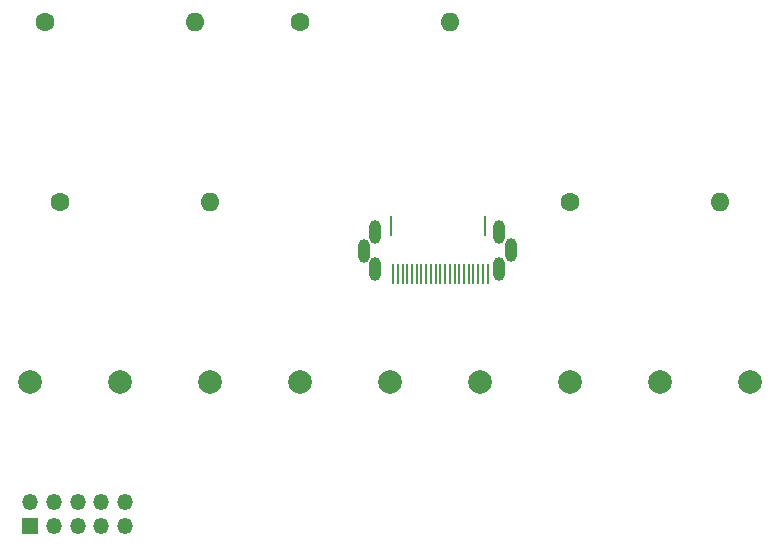
<source format=gbr>
%TF.GenerationSoftware,KiCad,Pcbnew,(7.0.0)*%
%TF.CreationDate,2023-08-04T16:20:27+02:00*%
%TF.ProjectId,PCH-1xxxJIG_THT_1.5,5043482d-3178-4787-984a-49475f544854,rev?*%
%TF.SameCoordinates,Original*%
%TF.FileFunction,Soldermask,Top*%
%TF.FilePolarity,Negative*%
%FSLAX46Y46*%
G04 Gerber Fmt 4.6, Leading zero omitted, Abs format (unit mm)*
G04 Created by KiCad (PCBNEW (7.0.0)) date 2023-08-04 16:20:27*
%MOMM*%
%LPD*%
G01*
G04 APERTURE LIST*
%ADD10R,0.200000X1.800000*%
%ADD11O,1.000000X2.000000*%
%ADD12C,2.000000*%
%ADD13C,1.600000*%
%ADD14O,1.600000X1.600000*%
%ADD15R,1.350000X1.350000*%
%ADD16O,1.350000X1.350000*%
G04 APERTURE END LIST*
D10*
%TO.C,UDC*%
X75539999Y-59379999D03*
X75139999Y-59379999D03*
X74739999Y-59379999D03*
X74339999Y-59379999D03*
X73939999Y-59379999D03*
X73539999Y-59379999D03*
X73139999Y-59379999D03*
X72739999Y-59379999D03*
X72339999Y-59379999D03*
X71939999Y-59379999D03*
X71539999Y-59379999D03*
X71139999Y-59379999D03*
X70739999Y-59379999D03*
X70339999Y-59379999D03*
X69939999Y-59379999D03*
X69539999Y-59379999D03*
X69139999Y-59379999D03*
X68739999Y-59379999D03*
X68339999Y-59379999D03*
X67939999Y-59379999D03*
X67539999Y-59379999D03*
X75339999Y-55379999D03*
X67339999Y-55379999D03*
D11*
X76539999Y-58979999D03*
X76539999Y-55879999D03*
X77539999Y-57379999D03*
X66039999Y-55879999D03*
X66039999Y-58979999D03*
X65039999Y-57479999D03*
%TD*%
D12*
%TO.C,Vita TX/7*%
X67310000Y-68580000D03*
%TD*%
D13*
%TO.C,1k Ohms*%
X59690000Y-38100000D03*
D14*
X72389999Y-38099999D03*
%TD*%
D12*
%TO.C,PC TX*%
X44450000Y-68580000D03*
%TD*%
%TO.C,UDC 12*%
X90170000Y-68580000D03*
%TD*%
%TO.C,UDC 11*%
X82550000Y-68580000D03*
%TD*%
%TO.C,Vita RX/6*%
X74930000Y-68580000D03*
%TD*%
%TO.C,PC RX*%
X36830000Y-68580000D03*
%TD*%
%TO.C,UDC 3/GND*%
X97790000Y-68580000D03*
%TD*%
%TO.C,3v3 VCC*%
X59690000Y-68580000D03*
%TD*%
D13*
%TO.C,220 Ohms*%
X82550000Y-53340000D03*
D14*
X95249999Y-53339999D03*
%TD*%
D12*
%TO.C,PC GND*%
X52070000Y-68580000D03*
%TD*%
D13*
%TO.C,1k Ohms*%
X39370000Y-53340000D03*
D14*
X52069999Y-53339999D03*
%TD*%
D13*
%TO.C,1k Ohms*%
X38100000Y-38100000D03*
D14*
X50799999Y-38099999D03*
%TD*%
D15*
%TO.C,Pin Header*%
X36829999Y-80739999D03*
D16*
X36829999Y-78739999D03*
X38829999Y-80739999D03*
X38829999Y-78739999D03*
X40829999Y-80739999D03*
X40829999Y-78739999D03*
X42829999Y-80739999D03*
X42829999Y-78739999D03*
X44829999Y-80739999D03*
X44829999Y-78739999D03*
%TD*%
M02*

</source>
